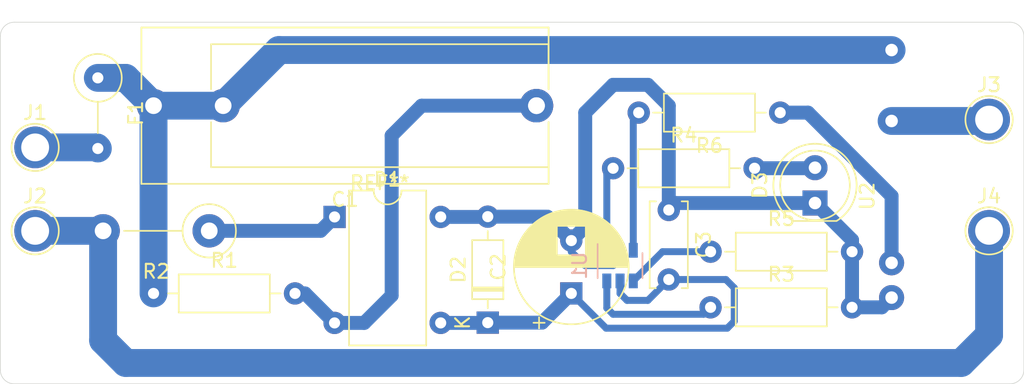
<source format=kicad_pcb>
(kicad_pcb (version 20171130) (host pcbnew 5.1.10)

  (general
    (thickness 1.6)
    (drawings 8)
    (tracks 76)
    (zones 0)
    (modules 20)
    (nets 15)
  )

  (page A)
  (layers
    (0 F.Cu signal)
    (31 B.Cu signal)
    (32 B.Adhes user)
    (33 F.Adhes user)
    (34 B.Paste user)
    (35 F.Paste user)
    (36 B.SilkS user)
    (37 F.SilkS user)
    (38 B.Mask user)
    (39 F.Mask user)
    (40 Dwgs.User user)
    (41 Cmts.User user)
    (42 Eco1.User user)
    (43 Eco2.User user)
    (44 Edge.Cuts user)
    (45 Margin user)
    (46 B.CrtYd user)
    (47 F.CrtYd user)
    (48 B.Fab user)
    (49 F.Fab user)
  )

  (setup
    (last_trace_width 1)
    (user_trace_width 0.3)
    (user_trace_width 0.5)
    (user_trace_width 0.8)
    (user_trace_width 1)
    (user_trace_width 1.5)
    (user_trace_width 2)
    (trace_clearance 0.2)
    (zone_clearance 0.508)
    (zone_45_only no)
    (trace_min 0.2)
    (via_size 0.8)
    (via_drill 0.4)
    (via_min_size 0.4)
    (via_min_drill 0.3)
    (uvia_size 0.3)
    (uvia_drill 0.1)
    (uvias_allowed no)
    (uvia_min_size 0.2)
    (uvia_min_drill 0.1)
    (edge_width 0.05)
    (segment_width 0.2)
    (pcb_text_width 0.3)
    (pcb_text_size 1.5 1.5)
    (mod_edge_width 0.12)
    (mod_text_size 1 1)
    (mod_text_width 0.15)
    (pad_size 2.4 2.4)
    (pad_drill 1.2)
    (pad_to_mask_clearance 0)
    (aux_axis_origin 81 71)
    (visible_elements FFFFFF7F)
    (pcbplotparams
      (layerselection 0x01000_fffffffe)
      (usegerberextensions false)
      (usegerberattributes true)
      (usegerberadvancedattributes true)
      (creategerberjobfile true)
      (excludeedgelayer true)
      (linewidth 0.100000)
      (plotframeref false)
      (viasonmask false)
      (mode 1)
      (useauxorigin true)
      (hpglpennumber 1)
      (hpglpenspeed 20)
      (hpglpendiameter 15.000000)
      (psnegative false)
      (psa4output false)
      (plotreference true)
      (plotvalue true)
      (plotinvisibletext false)
      (padsonsilk false)
      (subtractmaskfromsilk false)
      (outputformat 1)
      (mirror false)
      (drillshape 0)
      (scaleselection 1)
      (outputdirectory "gerber/"))
  )

  (net 0 "")
  (net 1 /L)
  (net 2 "Net-(C1-Pad1)")
  (net 3 GND)
  (net 4 "Net-(C2-Pad1)")
  (net 5 "Net-(D1-Pad1)")
  (net 6 "Net-(D3-Pad2)")
  (net 7 "Net-(F1-Pad2)")
  (net 8 /N)
  (net 9 "Net-(J3-Pad1)")
  (net 10 "Net-(R3-Pad1)")
  (net 11 "Net-(R4-Pad1)")
  (net 12 "Net-(R5-Pad1)")
  (net 13 "Net-(R6-Pad2)")
  (net 14 "Net-(R6-Pad1)")

  (net_class Default "This is the default net class."
    (clearance 0.2)
    (trace_width 0.25)
    (via_dia 0.8)
    (via_drill 0.4)
    (uvia_dia 0.3)
    (uvia_drill 0.1)
    (add_net /L)
    (add_net /N)
    (add_net GND)
    (add_net "Net-(C1-Pad1)")
    (add_net "Net-(C2-Pad1)")
    (add_net "Net-(D1-Pad1)")
    (add_net "Net-(D3-Pad2)")
    (add_net "Net-(F1-Pad2)")
    (add_net "Net-(J3-Pad1)")
    (add_net "Net-(R3-Pad1)")
    (add_net "Net-(R4-Pad1)")
    (add_net "Net-(R5-Pad1)")
    (add_net "Net-(R6-Pad1)")
    (add_net "Net-(R6-Pad2)")
  )

  (module Capacitor_THT:C_Rect_L24.0mm_W8.6mm_P22.50mm_MKT (layer F.Cu) (tedit 60F0195C) (tstamp 60F06FD8)
    (at 120.5 78.5 180)
    (descr "C, Rect series, Radial, pin pitch=22.50mm, , length*width=24*8.6mm^2, Capacitor, https://en.tdk.eu/inf/20/20/db/fc_2009/MKT_B32560_564.pdf")
    (tags "C Rect series Radial pin pitch 22.50mm  length 24mm width 8.6mm Capacitor")
    (fp_text reference REF** (at 11.25 -5.55) (layer F.SilkS)
      (effects (font (size 1 1) (thickness 0.15)))
    )
    (fp_text value C_Rect_L24.0mm_W8.6mm_P22.50mm_MKT (at 11.25 5.55) (layer F.Fab)
      (effects (font (size 1 1) (thickness 0.15)))
    )
    (fp_text user %R (at 11.25 0) (layer F.Fab)
      (effects (font (size 1 1) (thickness 0.15)))
    )
    (fp_line (start -0.75 -4.3) (end -0.75 4.3) (layer F.Fab) (width 0.1))
    (fp_line (start -0.75 4.3) (end 23.25 4.3) (layer F.Fab) (width 0.1))
    (fp_line (start 23.25 4.3) (end 23.25 -4.3) (layer F.Fab) (width 0.1))
    (fp_line (start 23.25 -4.3) (end -0.75 -4.3) (layer F.Fab) (width 0.1))
    (fp_line (start -0.87 -4.42) (end 23.37 -4.42) (layer F.SilkS) (width 0.12))
    (fp_line (start -0.87 4.42) (end 23.37 4.42) (layer F.SilkS) (width 0.12))
    (fp_line (start -0.87 -4.42) (end -0.87 -1.185) (layer F.SilkS) (width 0.12))
    (fp_line (start -0.87 1.185) (end -0.87 4.42) (layer F.SilkS) (width 0.12))
    (fp_line (start 23.37 -4.42) (end 23.37 -1.185) (layer F.SilkS) (width 0.12))
    (fp_line (start 23.37 1.185) (end 23.37 4.42) (layer F.SilkS) (width 0.12))
    (fp_line (start -1.45 -4.55) (end -1.45 4.55) (layer F.CrtYd) (width 0.05))
    (fp_line (start -1.45 4.55) (end 23.95 4.55) (layer F.CrtYd) (width 0.05))
    (fp_line (start 23.95 4.55) (end 23.95 -4.55) (layer F.CrtYd) (width 0.05))
    (fp_line (start 23.95 -4.55) (end -1.45 -4.55) (layer F.CrtYd) (width 0.05))
    (pad 2 thru_hole circle (at 22.5 0 180) (size 2.4 2.4) (drill 1.2) (layers *.Cu *.Mask)
      (net 1 /L))
    (pad 1 thru_hole circle (at 0 0 180) (size 2.4 2.4) (drill 1.2) (layers *.Cu *.Mask)
      (net 2 "Net-(C1-Pad1)"))
    (model ${KISYS3DMOD}/Capacitor_THT.3dshapes/C_Rect_L24.0mm_W8.6mm_P22.50mm_MKT.wrl
      (at (xyz 0 0 0))
      (scale (xyz 1 1 1))
      (rotate (xyz 0 0 0))
    )
  )

  (module pl_Rectifier:S1WB (layer F.Cu) (tedit 60F012E4) (tstamp 60EDDCCC)
    (at 106 86.5)
    (descr "4-lead dip package for diode bridges, row spacing 7.62 mm (300 mils), see http://cdn-reichelt.de/documents/datenblatt/A400/HDBL101G_20SERIES-TSC.pdf")
    (tags "DIL DIP PDIP 5.08mm 7.62mm 300mil")
    (path /60FC8224)
    (fp_text reference D1 (at 3.8 -2.7) (layer F.SilkS)
      (effects (font (size 1 1) (thickness 0.15)))
    )
    (fp_text value S1WB (at 3.8 7.8) (layer F.Fab)
      (effects (font (size 1 1) (thickness 0.15)))
    )
    (fp_text user %R (at 3.81 2.54) (layer F.Fab)
      (effects (font (size 1 1) (thickness 0.15)))
    )
    (fp_arc (start 3.81 -1.9) (end 2.81 -1.9) (angle -180) (layer F.SilkS) (width 0.12))
    (fp_line (start 6.58 -1.9) (end 4.81 -1.9) (layer F.SilkS) (width 0.12))
    (fp_line (start 6.58 9.25) (end 6.58 -1.9) (layer F.SilkS) (width 0.12))
    (fp_line (start 1.04 9.24) (end 6.58 9.24) (layer F.SilkS) (width 0.12))
    (fp_line (start 1.04 -1.9) (end 1.04 9.24) (layer F.SilkS) (width 0.12))
    (fp_line (start 2.81 -1.9) (end 1.04 -1.9) (layer F.SilkS) (width 0.12))
    (fp_line (start 0.635 -0.8) (end 1.635 -1.8) (layer F.Fab) (width 0.1))
    (fp_line (start 0.635 9.14) (end 0.635 -0.8) (layer F.Fab) (width 0.1))
    (fp_line (start 6.985 9.14) (end 0.635 9.14) (layer F.Fab) (width 0.1))
    (fp_line (start 6.985 -1.8) (end 6.985 9.14) (layer F.Fab) (width 0.1))
    (fp_line (start 1.635 -1.8) (end 6.985 -1.8) (layer F.Fab) (width 0.1))
    (fp_line (start -1.05 -2.05) (end 8.67 -2.05) (layer F.CrtYd) (width 0.05))
    (fp_line (start -1.05 -2.05) (end -1.05 9.39) (layer F.CrtYd) (width 0.05))
    (fp_line (start 8.67 9.39) (end 8.67 -2.05) (layer F.CrtYd) (width 0.05))
    (fp_line (start 8.67 9.39) (end -1.05 9.39) (layer F.CrtYd) (width 0.05))
    (pad 4 thru_hole oval (at 7.62 0) (size 1.6 1.6) (drill 0.8) (layers *.Cu *.Mask)
      (net 3 GND))
    (pad 2 thru_hole oval (at 0 7.62) (size 1.6 1.6) (drill 0.8) (layers *.Cu *.Mask)
      (net 2 "Net-(C1-Pad1)"))
    (pad 3 thru_hole oval (at 7.62 7.62) (size 1.6 1.6) (drill 0.8) (layers *.Cu *.Mask)
      (net 4 "Net-(C2-Pad1)"))
    (pad 1 thru_hole rect (at 0 0) (size 1.6 1.6) (drill 0.8) (layers *.Cu *.Mask)
      (net 5 "Net-(D1-Pad1)"))
    (model ${KISYS3DMOD}/Diode_THT.3dshapes/Diode_Bridge_DIP-4_W7.62mm_P5.08mm.wrl
      (at (xyz 0 0 0))
      (scale (xyz 1 1 1))
      (rotate (xyz 0 0 0))
    )
  )

  (module pl_SSR:SPA4191 (layer F.Cu) (tedit 60ED7B5A) (tstamp 60EDDDD0)
    (at 146 74.5 270)
    (path /60EF7871)
    (fp_text reference U2 (at 10.5 1.75 90) (layer F.SilkS)
      (effects (font (size 1 1) (thickness 0.15)))
    )
    (fp_text value SPA4191 (at 10.25 0 90) (layer F.Fab)
      (effects (font (size 1 1) (thickness 0.15)))
    )
    (fp_line (start -1.25 1) (end 19 1) (layer F.Fab) (width 0.12))
    (fp_line (start 19 1) (end 19 -4.25) (layer F.Fab) (width 0.12))
    (fp_line (start 19 -4.25) (end -1.25 -4.25) (layer F.Fab) (width 0.12))
    (fp_line (start -1.25 -4.25) (end -1.25 1) (layer F.Fab) (width 0.12))
    (pad 4 thru_hole circle (at 17.8 0 270) (size 1.8 1.8) (drill 0.9) (layers *.Cu *.Mask)
      (net 3 GND))
    (pad 3 thru_hole circle (at 15.3 0 270) (size 1.8 1.8) (drill 0.9) (layers *.Cu *.Mask)
      (net 14 "Net-(R6-Pad1)"))
    (pad 2 thru_hole circle (at 5.1 0 270) (size 1.9 1.9) (drill 0.9) (layers *.Cu *.Mask)
      (net 9 "Net-(J3-Pad1)"))
    (pad 1 thru_hole circle (at 0 0 270) (size 1.8 1.8) (drill 0.9) (layers *.Cu *.Mask)
      (net 1 /L))
  )

  (module Package_TO_SOT_SMD:SOT-23-6 (layer B.Cu) (tedit 5A02FF57) (tstamp 60EDDDC4)
    (at 126.5 90 270)
    (descr "6-pin SOT-23 package")
    (tags SOT-23-6)
    (path /60EC94AF)
    (attr smd)
    (fp_text reference U1 (at 0 2.9 90) (layer B.SilkS)
      (effects (font (size 1 1) (thickness 0.15)) (justify mirror))
    )
    (fp_text value ATtiny10-TS (at 0 -2.9 90) (layer B.Fab)
      (effects (font (size 1 1) (thickness 0.15)) (justify mirror))
    )
    (fp_line (start -0.9 -1.61) (end 0.9 -1.61) (layer B.SilkS) (width 0.12))
    (fp_line (start 0.9 1.61) (end -1.55 1.61) (layer B.SilkS) (width 0.12))
    (fp_line (start 1.9 1.8) (end -1.9 1.8) (layer B.CrtYd) (width 0.05))
    (fp_line (start 1.9 -1.8) (end 1.9 1.8) (layer B.CrtYd) (width 0.05))
    (fp_line (start -1.9 -1.8) (end 1.9 -1.8) (layer B.CrtYd) (width 0.05))
    (fp_line (start -1.9 1.8) (end -1.9 -1.8) (layer B.CrtYd) (width 0.05))
    (fp_line (start -0.9 0.9) (end -0.25 1.55) (layer B.Fab) (width 0.1))
    (fp_line (start 0.9 1.55) (end -0.25 1.55) (layer B.Fab) (width 0.1))
    (fp_line (start -0.9 0.9) (end -0.9 -1.55) (layer B.Fab) (width 0.1))
    (fp_line (start 0.9 -1.55) (end -0.9 -1.55) (layer B.Fab) (width 0.1))
    (fp_line (start 0.9 1.55) (end 0.9 -1.55) (layer B.Fab) (width 0.1))
    (fp_text user %R (at 0 0 180) (layer B.Fab)
      (effects (font (size 0.5 0.5) (thickness 0.075)) (justify mirror))
    )
    (pad 5 smd rect (at 1.1 0 270) (size 1.06 0.65) (layers B.Cu B.Paste B.Mask)
      (net 4 "Net-(C2-Pad1)"))
    (pad 6 smd rect (at 1.1 0.95 270) (size 1.06 0.65) (layers B.Cu B.Paste B.Mask)
      (net 10 "Net-(R3-Pad1)"))
    (pad 4 smd rect (at 1.1 -0.95 270) (size 1.06 0.65) (layers B.Cu B.Paste B.Mask)
      (net 12 "Net-(R5-Pad1)"))
    (pad 3 smd rect (at -1.1 -0.95 270) (size 1.06 0.65) (layers B.Cu B.Paste B.Mask)
      (net 13 "Net-(R6-Pad2)"))
    (pad 2 smd rect (at -1.1 0 270) (size 1.06 0.65) (layers B.Cu B.Paste B.Mask)
      (net 3 GND))
    (pad 1 smd rect (at -1.1 0.95 270) (size 1.06 0.65) (layers B.Cu B.Paste B.Mask)
      (net 11 "Net-(R4-Pad1)"))
    (model ${KISYS3DMOD}/Package_TO_SOT_SMD.3dshapes/SOT-23-6.wrl
      (at (xyz 0 0 0))
      (scale (xyz 1 1 1))
      (rotate (xyz 0 0 0))
    )
  )

  (module Resistor_THT:R_Axial_DIN0207_L6.3mm_D2.5mm_P10.16mm_Horizontal (layer F.Cu) (tedit 5AE5139B) (tstamp 60EDDDAE)
    (at 138 79 180)
    (descr "Resistor, Axial_DIN0207 series, Axial, Horizontal, pin pitch=10.16mm, 0.25W = 1/4W, length*diameter=6.3*2.5mm^2, http://cdn-reichelt.de/documents/datenblatt/B400/1_4W%23YAG.pdf")
    (tags "Resistor Axial_DIN0207 series Axial Horizontal pin pitch 10.16mm 0.25W = 1/4W length 6.3mm diameter 2.5mm")
    (path /60EF5C8B)
    (fp_text reference R6 (at 5.08 -2.37) (layer F.SilkS)
      (effects (font (size 1 1) (thickness 0.15)))
    )
    (fp_text value 220 (at 5.08 2.37) (layer F.Fab)
      (effects (font (size 1 1) (thickness 0.15)))
    )
    (fp_line (start 1.93 -1.25) (end 1.93 1.25) (layer F.Fab) (width 0.1))
    (fp_line (start 1.93 1.25) (end 8.23 1.25) (layer F.Fab) (width 0.1))
    (fp_line (start 8.23 1.25) (end 8.23 -1.25) (layer F.Fab) (width 0.1))
    (fp_line (start 8.23 -1.25) (end 1.93 -1.25) (layer F.Fab) (width 0.1))
    (fp_line (start 0 0) (end 1.93 0) (layer F.Fab) (width 0.1))
    (fp_line (start 10.16 0) (end 8.23 0) (layer F.Fab) (width 0.1))
    (fp_line (start 1.81 -1.37) (end 1.81 1.37) (layer F.SilkS) (width 0.12))
    (fp_line (start 1.81 1.37) (end 8.35 1.37) (layer F.SilkS) (width 0.12))
    (fp_line (start 8.35 1.37) (end 8.35 -1.37) (layer F.SilkS) (width 0.12))
    (fp_line (start 8.35 -1.37) (end 1.81 -1.37) (layer F.SilkS) (width 0.12))
    (fp_line (start 1.04 0) (end 1.81 0) (layer F.SilkS) (width 0.12))
    (fp_line (start 9.12 0) (end 8.35 0) (layer F.SilkS) (width 0.12))
    (fp_line (start -1.05 -1.5) (end -1.05 1.5) (layer F.CrtYd) (width 0.05))
    (fp_line (start -1.05 1.5) (end 11.21 1.5) (layer F.CrtYd) (width 0.05))
    (fp_line (start 11.21 1.5) (end 11.21 -1.5) (layer F.CrtYd) (width 0.05))
    (fp_line (start 11.21 -1.5) (end -1.05 -1.5) (layer F.CrtYd) (width 0.05))
    (fp_text user %R (at 5.08 0) (layer F.Fab)
      (effects (font (size 1 1) (thickness 0.15)))
    )
    (pad 2 thru_hole oval (at 10.16 0 180) (size 1.6 1.6) (drill 0.8) (layers *.Cu *.Mask)
      (net 13 "Net-(R6-Pad2)"))
    (pad 1 thru_hole circle (at 0 0 180) (size 1.6 1.6) (drill 0.8) (layers *.Cu *.Mask)
      (net 14 "Net-(R6-Pad1)"))
    (model ${KISYS3DMOD}/Resistor_THT.3dshapes/R_Axial_DIN0207_L6.3mm_D2.5mm_P10.16mm_Horizontal.wrl
      (at (xyz 0 0 0))
      (scale (xyz 1 1 1))
      (rotate (xyz 0 0 0))
    )
  )

  (module Resistor_THT:R_Axial_DIN0207_L6.3mm_D2.5mm_P10.16mm_Horizontal (layer F.Cu) (tedit 5AE5139B) (tstamp 60EDDD97)
    (at 133 89)
    (descr "Resistor, Axial_DIN0207 series, Axial, Horizontal, pin pitch=10.16mm, 0.25W = 1/4W, length*diameter=6.3*2.5mm^2, http://cdn-reichelt.de/documents/datenblatt/B400/1_4W%23YAG.pdf")
    (tags "Resistor Axial_DIN0207 series Axial Horizontal pin pitch 10.16mm 0.25W = 1/4W length 6.3mm diameter 2.5mm")
    (path /60F3C83D)
    (fp_text reference R5 (at 5.08 -2.37) (layer F.SilkS)
      (effects (font (size 1 1) (thickness 0.15)))
    )
    (fp_text value 1.2k (at 5.08 2.37) (layer F.Fab)
      (effects (font (size 1 1) (thickness 0.15)))
    )
    (fp_line (start 1.93 -1.25) (end 1.93 1.25) (layer F.Fab) (width 0.1))
    (fp_line (start 1.93 1.25) (end 8.23 1.25) (layer F.Fab) (width 0.1))
    (fp_line (start 8.23 1.25) (end 8.23 -1.25) (layer F.Fab) (width 0.1))
    (fp_line (start 8.23 -1.25) (end 1.93 -1.25) (layer F.Fab) (width 0.1))
    (fp_line (start 0 0) (end 1.93 0) (layer F.Fab) (width 0.1))
    (fp_line (start 10.16 0) (end 8.23 0) (layer F.Fab) (width 0.1))
    (fp_line (start 1.81 -1.37) (end 1.81 1.37) (layer F.SilkS) (width 0.12))
    (fp_line (start 1.81 1.37) (end 8.35 1.37) (layer F.SilkS) (width 0.12))
    (fp_line (start 8.35 1.37) (end 8.35 -1.37) (layer F.SilkS) (width 0.12))
    (fp_line (start 8.35 -1.37) (end 1.81 -1.37) (layer F.SilkS) (width 0.12))
    (fp_line (start 1.04 0) (end 1.81 0) (layer F.SilkS) (width 0.12))
    (fp_line (start 9.12 0) (end 8.35 0) (layer F.SilkS) (width 0.12))
    (fp_line (start -1.05 -1.5) (end -1.05 1.5) (layer F.CrtYd) (width 0.05))
    (fp_line (start -1.05 1.5) (end 11.21 1.5) (layer F.CrtYd) (width 0.05))
    (fp_line (start 11.21 1.5) (end 11.21 -1.5) (layer F.CrtYd) (width 0.05))
    (fp_line (start 11.21 -1.5) (end -1.05 -1.5) (layer F.CrtYd) (width 0.05))
    (fp_text user %R (at 5.08 0) (layer F.Fab)
      (effects (font (size 1 1) (thickness 0.15)))
    )
    (pad 2 thru_hole oval (at 10.16 0) (size 1.6 1.6) (drill 0.8) (layers *.Cu *.Mask)
      (net 3 GND))
    (pad 1 thru_hole circle (at 0 0) (size 1.6 1.6) (drill 0.8) (layers *.Cu *.Mask)
      (net 12 "Net-(R5-Pad1)"))
    (model ${KISYS3DMOD}/Resistor_THT.3dshapes/R_Axial_DIN0207_L6.3mm_D2.5mm_P10.16mm_Horizontal.wrl
      (at (xyz 0 0 0))
      (scale (xyz 1 1 1))
      (rotate (xyz 0 0 0))
    )
  )

  (module Resistor_THT:R_Axial_DIN0207_L6.3mm_D2.5mm_P10.16mm_Horizontal (layer F.Cu) (tedit 5AE5139B) (tstamp 60EDDD80)
    (at 126 83)
    (descr "Resistor, Axial_DIN0207 series, Axial, Horizontal, pin pitch=10.16mm, 0.25W = 1/4W, length*diameter=6.3*2.5mm^2, http://cdn-reichelt.de/documents/datenblatt/B400/1_4W%23YAG.pdf")
    (tags "Resistor Axial_DIN0207 series Axial Horizontal pin pitch 10.16mm 0.25W = 1/4W length 6.3mm diameter 2.5mm")
    (path /60F0ACE3)
    (fp_text reference R4 (at 5.08 -2.37) (layer F.SilkS)
      (effects (font (size 1 1) (thickness 0.15)))
    )
    (fp_text value 560 (at 5.08 2.37) (layer F.Fab)
      (effects (font (size 1 1) (thickness 0.15)))
    )
    (fp_line (start 1.93 -1.25) (end 1.93 1.25) (layer F.Fab) (width 0.1))
    (fp_line (start 1.93 1.25) (end 8.23 1.25) (layer F.Fab) (width 0.1))
    (fp_line (start 8.23 1.25) (end 8.23 -1.25) (layer F.Fab) (width 0.1))
    (fp_line (start 8.23 -1.25) (end 1.93 -1.25) (layer F.Fab) (width 0.1))
    (fp_line (start 0 0) (end 1.93 0) (layer F.Fab) (width 0.1))
    (fp_line (start 10.16 0) (end 8.23 0) (layer F.Fab) (width 0.1))
    (fp_line (start 1.81 -1.37) (end 1.81 1.37) (layer F.SilkS) (width 0.12))
    (fp_line (start 1.81 1.37) (end 8.35 1.37) (layer F.SilkS) (width 0.12))
    (fp_line (start 8.35 1.37) (end 8.35 -1.37) (layer F.SilkS) (width 0.12))
    (fp_line (start 8.35 -1.37) (end 1.81 -1.37) (layer F.SilkS) (width 0.12))
    (fp_line (start 1.04 0) (end 1.81 0) (layer F.SilkS) (width 0.12))
    (fp_line (start 9.12 0) (end 8.35 0) (layer F.SilkS) (width 0.12))
    (fp_line (start -1.05 -1.5) (end -1.05 1.5) (layer F.CrtYd) (width 0.05))
    (fp_line (start -1.05 1.5) (end 11.21 1.5) (layer F.CrtYd) (width 0.05))
    (fp_line (start 11.21 1.5) (end 11.21 -1.5) (layer F.CrtYd) (width 0.05))
    (fp_line (start 11.21 -1.5) (end -1.05 -1.5) (layer F.CrtYd) (width 0.05))
    (fp_text user %R (at 5.08 0) (layer F.Fab)
      (effects (font (size 1 1) (thickness 0.15)))
    )
    (pad 2 thru_hole oval (at 10.16 0) (size 1.6 1.6) (drill 0.8) (layers *.Cu *.Mask)
      (net 6 "Net-(D3-Pad2)"))
    (pad 1 thru_hole circle (at 0 0) (size 1.6 1.6) (drill 0.8) (layers *.Cu *.Mask)
      (net 11 "Net-(R4-Pad1)"))
    (model ${KISYS3DMOD}/Resistor_THT.3dshapes/R_Axial_DIN0207_L6.3mm_D2.5mm_P10.16mm_Horizontal.wrl
      (at (xyz 0 0 0))
      (scale (xyz 1 1 1))
      (rotate (xyz 0 0 0))
    )
  )

  (module Resistor_THT:R_Axial_DIN0207_L6.3mm_D2.5mm_P10.16mm_Horizontal (layer F.Cu) (tedit 5AE5139B) (tstamp 60EDDD69)
    (at 133 93)
    (descr "Resistor, Axial_DIN0207 series, Axial, Horizontal, pin pitch=10.16mm, 0.25W = 1/4W, length*diameter=6.3*2.5mm^2, http://cdn-reichelt.de/documents/datenblatt/B400/1_4W%23YAG.pdf")
    (tags "Resistor Axial_DIN0207 series Axial Horizontal pin pitch 10.16mm 0.25W = 1/4W length 6.3mm diameter 2.5mm")
    (path /60F3B7B7)
    (fp_text reference R3 (at 5.08 -2.37) (layer F.SilkS)
      (effects (font (size 1 1) (thickness 0.15)))
    )
    (fp_text value 1.2k (at 5.08 2.37) (layer F.Fab)
      (effects (font (size 1 1) (thickness 0.15)))
    )
    (fp_line (start 1.93 -1.25) (end 1.93 1.25) (layer F.Fab) (width 0.1))
    (fp_line (start 1.93 1.25) (end 8.23 1.25) (layer F.Fab) (width 0.1))
    (fp_line (start 8.23 1.25) (end 8.23 -1.25) (layer F.Fab) (width 0.1))
    (fp_line (start 8.23 -1.25) (end 1.93 -1.25) (layer F.Fab) (width 0.1))
    (fp_line (start 0 0) (end 1.93 0) (layer F.Fab) (width 0.1))
    (fp_line (start 10.16 0) (end 8.23 0) (layer F.Fab) (width 0.1))
    (fp_line (start 1.81 -1.37) (end 1.81 1.37) (layer F.SilkS) (width 0.12))
    (fp_line (start 1.81 1.37) (end 8.35 1.37) (layer F.SilkS) (width 0.12))
    (fp_line (start 8.35 1.37) (end 8.35 -1.37) (layer F.SilkS) (width 0.12))
    (fp_line (start 8.35 -1.37) (end 1.81 -1.37) (layer F.SilkS) (width 0.12))
    (fp_line (start 1.04 0) (end 1.81 0) (layer F.SilkS) (width 0.12))
    (fp_line (start 9.12 0) (end 8.35 0) (layer F.SilkS) (width 0.12))
    (fp_line (start -1.05 -1.5) (end -1.05 1.5) (layer F.CrtYd) (width 0.05))
    (fp_line (start -1.05 1.5) (end 11.21 1.5) (layer F.CrtYd) (width 0.05))
    (fp_line (start 11.21 1.5) (end 11.21 -1.5) (layer F.CrtYd) (width 0.05))
    (fp_line (start 11.21 -1.5) (end -1.05 -1.5) (layer F.CrtYd) (width 0.05))
    (fp_text user %R (at 5.08 0) (layer F.Fab)
      (effects (font (size 1 1) (thickness 0.15)))
    )
    (pad 2 thru_hole oval (at 10.16 0) (size 1.6 1.6) (drill 0.8) (layers *.Cu *.Mask)
      (net 3 GND))
    (pad 1 thru_hole circle (at 0 0) (size 1.6 1.6) (drill 0.8) (layers *.Cu *.Mask)
      (net 10 "Net-(R3-Pad1)"))
    (model ${KISYS3DMOD}/Resistor_THT.3dshapes/R_Axial_DIN0207_L6.3mm_D2.5mm_P10.16mm_Horizontal.wrl
      (at (xyz 0 0 0))
      (scale (xyz 1 1 1))
      (rotate (xyz 0 0 0))
    )
  )

  (module Resistor_THT:R_Axial_DIN0411_L9.9mm_D3.6mm_P7.62mm_Vertical (layer F.Cu) (tedit 5AE5139B) (tstamp 60EDDD52)
    (at 97 87.5 180)
    (descr "Resistor, Axial_DIN0411 series, Axial, Vertical, pin pitch=7.62mm, 1W, length*diameter=9.9*3.6mm^2")
    (tags "Resistor Axial_DIN0411 series Axial Vertical pin pitch 7.62mm 1W length 9.9mm diameter 3.6mm")
    (path /60EC6555)
    (fp_text reference R2 (at 3.81 -2.92) (layer F.SilkS)
      (effects (font (size 1 1) (thickness 0.15)))
    )
    (fp_text value 1k (at 3.81 2.92) (layer F.Fab)
      (effects (font (size 1 1) (thickness 0.15)))
    )
    (fp_circle (center 0 0) (end 1.8 0) (layer F.Fab) (width 0.1))
    (fp_circle (center 0 0) (end 1.92 0) (layer F.SilkS) (width 0.12))
    (fp_line (start 0 0) (end 7.62 0) (layer F.Fab) (width 0.1))
    (fp_line (start 1.92 0) (end 6.12 0) (layer F.SilkS) (width 0.12))
    (fp_line (start -2.05 -2.05) (end -2.05 2.05) (layer F.CrtYd) (width 0.05))
    (fp_line (start -2.05 2.05) (end 9.07 2.05) (layer F.CrtYd) (width 0.05))
    (fp_line (start 9.07 2.05) (end 9.07 -2.05) (layer F.CrtYd) (width 0.05))
    (fp_line (start 9.07 -2.05) (end -2.05 -2.05) (layer F.CrtYd) (width 0.05))
    (fp_text user %R (at 3.81 -2.92) (layer F.Fab)
      (effects (font (size 1 1) (thickness 0.15)))
    )
    (pad 2 thru_hole oval (at 7.62 0 180) (size 2.4 2.4) (drill 1.2) (layers *.Cu *.Mask)
      (net 8 /N))
    (pad 1 thru_hole circle (at 0 0 180) (size 2.4 2.4) (drill 1.2) (layers *.Cu *.Mask)
      (net 5 "Net-(D1-Pad1)"))
    (model ${KISYS3DMOD}/Resistor_THT.3dshapes/R_Axial_DIN0411_L9.9mm_D3.6mm_P7.62mm_Vertical.wrl
      (at (xyz 0 0 0))
      (scale (xyz 1 1 1))
      (rotate (xyz 0 0 0))
    )
  )

  (module Resistor_THT:R_Axial_DIN0207_L6.3mm_D2.5mm_P10.16mm_Horizontal (layer F.Cu) (tedit 5AE5139B) (tstamp 60EDDD43)
    (at 93 92)
    (descr "Resistor, Axial_DIN0207 series, Axial, Horizontal, pin pitch=10.16mm, 0.25W = 1/4W, length*diameter=6.3*2.5mm^2, http://cdn-reichelt.de/documents/datenblatt/B400/1_4W%23YAG.pdf")
    (tags "Resistor Axial_DIN0207 series Axial Horizontal pin pitch 10.16mm 0.25W = 1/4W length 6.3mm diameter 2.5mm")
    (path /60EC5D6C)
    (fp_text reference R1 (at 5.08 -2.37) (layer F.SilkS)
      (effects (font (size 1 1) (thickness 0.15)))
    )
    (fp_text value 820k (at 5.08 2.37) (layer F.Fab)
      (effects (font (size 1 1) (thickness 0.15)))
    )
    (fp_line (start 1.93 -1.25) (end 1.93 1.25) (layer F.Fab) (width 0.1))
    (fp_line (start 1.93 1.25) (end 8.23 1.25) (layer F.Fab) (width 0.1))
    (fp_line (start 8.23 1.25) (end 8.23 -1.25) (layer F.Fab) (width 0.1))
    (fp_line (start 8.23 -1.25) (end 1.93 -1.25) (layer F.Fab) (width 0.1))
    (fp_line (start 0 0) (end 1.93 0) (layer F.Fab) (width 0.1))
    (fp_line (start 10.16 0) (end 8.23 0) (layer F.Fab) (width 0.1))
    (fp_line (start 1.81 -1.37) (end 1.81 1.37) (layer F.SilkS) (width 0.12))
    (fp_line (start 1.81 1.37) (end 8.35 1.37) (layer F.SilkS) (width 0.12))
    (fp_line (start 8.35 1.37) (end 8.35 -1.37) (layer F.SilkS) (width 0.12))
    (fp_line (start 8.35 -1.37) (end 1.81 -1.37) (layer F.SilkS) (width 0.12))
    (fp_line (start 1.04 0) (end 1.81 0) (layer F.SilkS) (width 0.12))
    (fp_line (start 9.12 0) (end 8.35 0) (layer F.SilkS) (width 0.12))
    (fp_line (start -1.05 -1.5) (end -1.05 1.5) (layer F.CrtYd) (width 0.05))
    (fp_line (start -1.05 1.5) (end 11.21 1.5) (layer F.CrtYd) (width 0.05))
    (fp_line (start 11.21 1.5) (end 11.21 -1.5) (layer F.CrtYd) (width 0.05))
    (fp_line (start 11.21 -1.5) (end -1.05 -1.5) (layer F.CrtYd) (width 0.05))
    (fp_text user %R (at 5.08 0) (layer F.Fab)
      (effects (font (size 1 1) (thickness 0.15)))
    )
    (pad 2 thru_hole oval (at 10.16 0) (size 1.6 1.6) (drill 0.8) (layers *.Cu *.Mask)
      (net 2 "Net-(C1-Pad1)"))
    (pad 1 thru_hole circle (at 0 0) (size 1.6 1.6) (drill 0.8) (layers *.Cu *.Mask)
      (net 1 /L))
    (model ${KISYS3DMOD}/Resistor_THT.3dshapes/R_Axial_DIN0207_L6.3mm_D2.5mm_P10.16mm_Horizontal.wrl
      (at (xyz 0 0 0))
      (scale (xyz 1 1 1))
      (rotate (xyz 0 0 0))
    )
  )

  (module TestPoint:TestPoint_Plated_Hole_D2.0mm (layer F.Cu) (tedit 5A0F774F) (tstamp 60EDDD2C)
    (at 153 87.5)
    (descr "Plated Hole as test Point, diameter 2.0mm")
    (tags "test point plated hole")
    (path /60F74E52)
    (attr virtual)
    (fp_text reference J4 (at 0 -2.498) (layer F.SilkS)
      (effects (font (size 1 1) (thickness 0.15)))
    )
    (fp_text value N (at 0 2.45) (layer F.Fab)
      (effects (font (size 1 1) (thickness 0.15)))
    )
    (fp_circle (center 0 0) (end 1.8 0) (layer F.CrtYd) (width 0.05))
    (fp_circle (center 0 0) (end 0 -1.7) (layer F.SilkS) (width 0.12))
    (fp_text user %R (at 0 -2.5) (layer F.Fab)
      (effects (font (size 1 1) (thickness 0.15)))
    )
    (pad 1 thru_hole circle (at 0 0) (size 3 3) (drill 2) (layers *.Cu *.Mask)
      (net 8 /N))
  )

  (module TestPoint:TestPoint_Plated_Hole_D2.0mm (layer F.Cu) (tedit 5A0F774F) (tstamp 60EDDD24)
    (at 153 79.5)
    (descr "Plated Hole as test Point, diameter 2.0mm")
    (tags "test point plated hole")
    (path /60F078A9)
    (attr virtual)
    (fp_text reference J3 (at 0 -2.498) (layer F.SilkS)
      (effects (font (size 1 1) (thickness 0.15)))
    )
    (fp_text value L (at 0 2.45) (layer F.Fab)
      (effects (font (size 1 1) (thickness 0.15)))
    )
    (fp_circle (center 0 0) (end 1.8 0) (layer F.CrtYd) (width 0.05))
    (fp_circle (center 0 0) (end 0 -1.7) (layer F.SilkS) (width 0.12))
    (fp_text user %R (at 0 -2.5) (layer F.Fab)
      (effects (font (size 1 1) (thickness 0.15)))
    )
    (pad 1 thru_hole circle (at 0 0) (size 3 3) (drill 2) (layers *.Cu *.Mask)
      (net 9 "Net-(J3-Pad1)"))
  )

  (module TestPoint:TestPoint_Plated_Hole_D2.0mm (layer F.Cu) (tedit 5A0F774F) (tstamp 60EDDD1C)
    (at 84.5 87.5)
    (descr "Plated Hole as test Point, diameter 2.0mm")
    (tags "test point plated hole")
    (path /60ECD198)
    (attr virtual)
    (fp_text reference J2 (at 0 -2.498) (layer F.SilkS)
      (effects (font (size 1 1) (thickness 0.15)))
    )
    (fp_text value N (at 0 2.45) (layer F.Fab)
      (effects (font (size 1 1) (thickness 0.15)))
    )
    (fp_circle (center 0 0) (end 1.8 0) (layer F.CrtYd) (width 0.05))
    (fp_circle (center 0 0) (end 0 -1.7) (layer F.SilkS) (width 0.12))
    (fp_text user %R (at 0 -2.5) (layer F.Fab)
      (effects (font (size 1 1) (thickness 0.15)))
    )
    (pad 1 thru_hole circle (at 0 0) (size 3 3) (drill 2) (layers *.Cu *.Mask)
      (net 8 /N))
  )

  (module TestPoint:TestPoint_Plated_Hole_D2.0mm (layer F.Cu) (tedit 5A0F774F) (tstamp 60EDDD14)
    (at 84.5 81.5)
    (descr "Plated Hole as test Point, diameter 2.0mm")
    (tags "test point plated hole")
    (path /60ECCD0E)
    (attr virtual)
    (fp_text reference J1 (at 0 -2.498) (layer F.SilkS)
      (effects (font (size 1 1) (thickness 0.15)))
    )
    (fp_text value L (at 0 2.45) (layer F.Fab)
      (effects (font (size 1 1) (thickness 0.15)))
    )
    (fp_circle (center 0 0) (end 1.8 0) (layer F.CrtYd) (width 0.05))
    (fp_circle (center 0 0) (end 0 -1.7) (layer F.SilkS) (width 0.12))
    (fp_text user %R (at 0 -2.5) (layer F.Fab)
      (effects (font (size 1 1) (thickness 0.15)))
    )
    (pad 1 thru_hole circle (at 0 0) (size 3 3) (drill 2) (layers *.Cu *.Mask)
      (net 7 "Net-(F1-Pad2)"))
  )

  (module Resistor_THT:R_Axial_DIN0309_L9.0mm_D3.2mm_P5.08mm_Vertical (layer F.Cu) (tedit 5AE5139B) (tstamp 60EDDD0C)
    (at 89 76.5 270)
    (descr "Resistor, Axial_DIN0309 series, Axial, Vertical, pin pitch=5.08mm, 0.5W = 1/2W, length*diameter=9*3.2mm^2, http://cdn-reichelt.de/documents/datenblatt/B400/1_4W%23YAG.pdf")
    (tags "Resistor Axial_DIN0309 series Axial Vertical pin pitch 5.08mm 0.5W = 1/2W length 9mm diameter 3.2mm")
    (path /60EC53EF)
    (fp_text reference F1 (at 2.54 -2.72 90) (layer F.SilkS)
      (effects (font (size 1 1) (thickness 0.15)))
    )
    (fp_text value 2A (at 2.54 2.72 90) (layer F.Fab)
      (effects (font (size 1 1) (thickness 0.15)))
    )
    (fp_circle (center 0 0) (end 1.6 0) (layer F.Fab) (width 0.1))
    (fp_circle (center 0 0) (end 1.72 0) (layer F.SilkS) (width 0.12))
    (fp_line (start 0 0) (end 5.08 0) (layer F.Fab) (width 0.1))
    (fp_line (start 1.72 0) (end 3.98 0) (layer F.SilkS) (width 0.12))
    (fp_line (start -1.85 -1.85) (end -1.85 1.85) (layer F.CrtYd) (width 0.05))
    (fp_line (start -1.85 1.85) (end 6.13 1.85) (layer F.CrtYd) (width 0.05))
    (fp_line (start 6.13 1.85) (end 6.13 -1.85) (layer F.CrtYd) (width 0.05))
    (fp_line (start 6.13 -1.85) (end -1.85 -1.85) (layer F.CrtYd) (width 0.05))
    (fp_text user %R (at 2.54 -2.72 90) (layer F.Fab)
      (effects (font (size 1 1) (thickness 0.15)))
    )
    (pad 2 thru_hole oval (at 5.08 0 270) (size 1.6 1.6) (drill 0.8) (layers *.Cu *.Mask)
      (net 7 "Net-(F1-Pad2)"))
    (pad 1 thru_hole circle (at 0 0 270) (size 1.6 1.6) (drill 0.8) (layers *.Cu *.Mask)
      (net 1 /L))
    (model ${KISYS3DMOD}/Resistor_THT.3dshapes/R_Axial_DIN0309_L9.0mm_D3.2mm_P5.08mm_Vertical.wrl
      (at (xyz 0 0 0))
      (scale (xyz 1 1 1))
      (rotate (xyz 0 0 0))
    )
  )

  (module LED_THT:LED_D5.0mm (layer F.Cu) (tedit 5995936A) (tstamp 60EDDCFD)
    (at 140.5 85.5 90)
    (descr "LED, diameter 5.0mm, 2 pins, http://cdn-reichelt.de/documents/datenblatt/A500/LL-504BC2E-009.pdf")
    (tags "LED diameter 5.0mm 2 pins")
    (path /60F108C8)
    (fp_text reference D3 (at 1.27 -3.96 90) (layer F.SilkS)
      (effects (font (size 1 1) (thickness 0.15)))
    )
    (fp_text value RED (at 1.27 3.96 90) (layer F.Fab)
      (effects (font (size 1 1) (thickness 0.15)))
    )
    (fp_circle (center 1.27 0) (end 3.77 0) (layer F.Fab) (width 0.1))
    (fp_circle (center 1.27 0) (end 3.77 0) (layer F.SilkS) (width 0.12))
    (fp_line (start -1.23 -1.469694) (end -1.23 1.469694) (layer F.Fab) (width 0.1))
    (fp_line (start -1.29 -1.545) (end -1.29 1.545) (layer F.SilkS) (width 0.12))
    (fp_line (start -1.95 -3.25) (end -1.95 3.25) (layer F.CrtYd) (width 0.05))
    (fp_line (start -1.95 3.25) (end 4.5 3.25) (layer F.CrtYd) (width 0.05))
    (fp_line (start 4.5 3.25) (end 4.5 -3.25) (layer F.CrtYd) (width 0.05))
    (fp_line (start 4.5 -3.25) (end -1.95 -3.25) (layer F.CrtYd) (width 0.05))
    (fp_text user %R (at 1.25 0 90) (layer F.Fab)
      (effects (font (size 0.8 0.8) (thickness 0.2)))
    )
    (fp_arc (start 1.27 0) (end -1.29 1.54483) (angle -148.9) (layer F.SilkS) (width 0.12))
    (fp_arc (start 1.27 0) (end -1.29 -1.54483) (angle 148.9) (layer F.SilkS) (width 0.12))
    (fp_arc (start 1.27 0) (end -1.23 -1.469694) (angle 299.1) (layer F.Fab) (width 0.1))
    (pad 2 thru_hole circle (at 2.54 0 90) (size 1.8 1.8) (drill 0.9) (layers *.Cu *.Mask)
      (net 6 "Net-(D3-Pad2)"))
    (pad 1 thru_hole rect (at 0 0 90) (size 1.8 1.8) (drill 0.9) (layers *.Cu *.Mask)
      (net 3 GND))
    (model ${KISYS3DMOD}/LED_THT.3dshapes/LED_D5.0mm.wrl
      (at (xyz 0 0 0))
      (scale (xyz 1 1 1))
      (rotate (xyz 0 0 0))
    )
  )

  (module Diode_THT:D_DO-35_SOD27_P7.62mm_Horizontal (layer F.Cu) (tedit 5AE50CD5) (tstamp 60EDDCEB)
    (at 117 94.1 90)
    (descr "Diode, DO-35_SOD27 series, Axial, Horizontal, pin pitch=7.62mm, , length*diameter=4*2mm^2, , http://www.diodes.com/_files/packages/DO-35.pdf")
    (tags "Diode DO-35_SOD27 series Axial Horizontal pin pitch 7.62mm  length 4mm diameter 2mm")
    (path /60EC7EE5)
    (fp_text reference D2 (at 3.81 -2.12 90) (layer F.SilkS)
      (effects (font (size 1 1) (thickness 0.15)))
    )
    (fp_text value 4.7V (at 3.81 2.12 90) (layer F.Fab)
      (effects (font (size 1 1) (thickness 0.15)))
    )
    (fp_line (start 1.81 -1) (end 1.81 1) (layer F.Fab) (width 0.1))
    (fp_line (start 1.81 1) (end 5.81 1) (layer F.Fab) (width 0.1))
    (fp_line (start 5.81 1) (end 5.81 -1) (layer F.Fab) (width 0.1))
    (fp_line (start 5.81 -1) (end 1.81 -1) (layer F.Fab) (width 0.1))
    (fp_line (start 0 0) (end 1.81 0) (layer F.Fab) (width 0.1))
    (fp_line (start 7.62 0) (end 5.81 0) (layer F.Fab) (width 0.1))
    (fp_line (start 2.41 -1) (end 2.41 1) (layer F.Fab) (width 0.1))
    (fp_line (start 2.51 -1) (end 2.51 1) (layer F.Fab) (width 0.1))
    (fp_line (start 2.31 -1) (end 2.31 1) (layer F.Fab) (width 0.1))
    (fp_line (start 1.69 -1.12) (end 1.69 1.12) (layer F.SilkS) (width 0.12))
    (fp_line (start 1.69 1.12) (end 5.93 1.12) (layer F.SilkS) (width 0.12))
    (fp_line (start 5.93 1.12) (end 5.93 -1.12) (layer F.SilkS) (width 0.12))
    (fp_line (start 5.93 -1.12) (end 1.69 -1.12) (layer F.SilkS) (width 0.12))
    (fp_line (start 1.04 0) (end 1.69 0) (layer F.SilkS) (width 0.12))
    (fp_line (start 6.58 0) (end 5.93 0) (layer F.SilkS) (width 0.12))
    (fp_line (start 2.41 -1.12) (end 2.41 1.12) (layer F.SilkS) (width 0.12))
    (fp_line (start 2.53 -1.12) (end 2.53 1.12) (layer F.SilkS) (width 0.12))
    (fp_line (start 2.29 -1.12) (end 2.29 1.12) (layer F.SilkS) (width 0.12))
    (fp_line (start -1.05 -1.25) (end -1.05 1.25) (layer F.CrtYd) (width 0.05))
    (fp_line (start -1.05 1.25) (end 8.67 1.25) (layer F.CrtYd) (width 0.05))
    (fp_line (start 8.67 1.25) (end 8.67 -1.25) (layer F.CrtYd) (width 0.05))
    (fp_line (start 8.67 -1.25) (end -1.05 -1.25) (layer F.CrtYd) (width 0.05))
    (fp_text user K (at 0 -1.8 90) (layer F.SilkS)
      (effects (font (size 1 1) (thickness 0.15)))
    )
    (fp_text user K (at 0 -1.8 90) (layer F.Fab)
      (effects (font (size 1 1) (thickness 0.15)))
    )
    (fp_text user %R (at 4.11 0 90) (layer F.Fab)
      (effects (font (size 0.8 0.8) (thickness 0.12)))
    )
    (pad 2 thru_hole oval (at 7.62 0 90) (size 1.6 1.6) (drill 0.8) (layers *.Cu *.Mask)
      (net 3 GND))
    (pad 1 thru_hole rect (at 0 0 90) (size 1.6 1.6) (drill 0.8) (layers *.Cu *.Mask)
      (net 4 "Net-(C2-Pad1)"))
    (model ${KISYS3DMOD}/Diode_THT.3dshapes/D_DO-35_SOD27_P7.62mm_Horizontal.wrl
      (at (xyz 0 0 0))
      (scale (xyz 1 1 1))
      (rotate (xyz 0 0 0))
    )
  )

  (module Capacitor_THT:C_Disc_D6.0mm_W2.5mm_P5.00mm (layer F.Cu) (tedit 5AE50EF0) (tstamp 60EED77B)
    (at 130 86 270)
    (descr "C, Disc series, Radial, pin pitch=5.00mm, , diameter*width=6*2.5mm^2, Capacitor, http://cdn-reichelt.de/documents/datenblatt/B300/DS_KERKO_TC.pdf")
    (tags "C Disc series Radial pin pitch 5.00mm  diameter 6mm width 2.5mm Capacitor")
    (path /60ECA628)
    (fp_text reference C3 (at 2.5 -2.5 90) (layer F.SilkS)
      (effects (font (size 1 1) (thickness 0.15)))
    )
    (fp_text value 100n (at 2.5 2.5 90) (layer F.Fab)
      (effects (font (size 1 1) (thickness 0.15)))
    )
    (fp_line (start -0.5 -1.25) (end -0.5 1.25) (layer F.Fab) (width 0.1))
    (fp_line (start -0.5 1.25) (end 5.5 1.25) (layer F.Fab) (width 0.1))
    (fp_line (start 5.5 1.25) (end 5.5 -1.25) (layer F.Fab) (width 0.1))
    (fp_line (start 5.5 -1.25) (end -0.5 -1.25) (layer F.Fab) (width 0.1))
    (fp_line (start -0.62 -1.37) (end 5.62 -1.37) (layer F.SilkS) (width 0.12))
    (fp_line (start -0.62 1.37) (end 5.62 1.37) (layer F.SilkS) (width 0.12))
    (fp_line (start -0.62 -1.37) (end -0.62 -0.925) (layer F.SilkS) (width 0.12))
    (fp_line (start -0.62 0.925) (end -0.62 1.37) (layer F.SilkS) (width 0.12))
    (fp_line (start 5.62 -1.37) (end 5.62 -0.925) (layer F.SilkS) (width 0.12))
    (fp_line (start 5.62 0.925) (end 5.62 1.37) (layer F.SilkS) (width 0.12))
    (fp_line (start -1.05 -1.5) (end -1.05 1.5) (layer F.CrtYd) (width 0.05))
    (fp_line (start -1.05 1.5) (end 6.05 1.5) (layer F.CrtYd) (width 0.05))
    (fp_line (start 6.05 1.5) (end 6.05 -1.5) (layer F.CrtYd) (width 0.05))
    (fp_line (start 6.05 -1.5) (end -1.05 -1.5) (layer F.CrtYd) (width 0.05))
    (fp_text user %R (at 2.5 0 90) (layer F.Fab)
      (effects (font (size 1 1) (thickness 0.15)))
    )
    (pad 2 thru_hole circle (at 5 0 270) (size 1.6 1.6) (drill 0.8) (layers *.Cu *.Mask)
      (net 4 "Net-(C2-Pad1)"))
    (pad 1 thru_hole circle (at 0 0 270) (size 1.6 1.6) (drill 0.8) (layers *.Cu *.Mask)
      (net 3 GND))
    (model ${KISYS3DMOD}/Capacitor_THT.3dshapes/C_Disc_D6.0mm_W2.5mm_P5.00mm.wrl
      (at (xyz 0 0 0))
      (scale (xyz 1 1 1))
      (rotate (xyz 0 0 0))
    )
  )

  (module Capacitor_THT:CP_Radial_D8.0mm_P3.80mm (layer F.Cu) (tedit 5AE50EF0) (tstamp 60EDDC9F)
    (at 123 92 90)
    (descr "CP, Radial series, Radial, pin pitch=3.80mm, , diameter=8mm, Electrolytic Capacitor")
    (tags "CP Radial series Radial pin pitch 3.80mm  diameter 8mm Electrolytic Capacitor")
    (path /60EC85FD)
    (fp_text reference C2 (at 1.9 -5.25 90) (layer F.SilkS)
      (effects (font (size 1 1) (thickness 0.15)))
    )
    (fp_text value 470uF (at 1.9 5.25 90) (layer F.Fab)
      (effects (font (size 1 1) (thickness 0.15)))
    )
    (fp_circle (center 1.9 0) (end 5.9 0) (layer F.Fab) (width 0.1))
    (fp_circle (center 1.9 0) (end 6.02 0) (layer F.SilkS) (width 0.12))
    (fp_circle (center 1.9 0) (end 6.15 0) (layer F.CrtYd) (width 0.05))
    (fp_line (start -1.526759 -1.7475) (end -0.726759 -1.7475) (layer F.Fab) (width 0.1))
    (fp_line (start -1.126759 -2.1475) (end -1.126759 -1.3475) (layer F.Fab) (width 0.1))
    (fp_line (start 1.9 -4.08) (end 1.9 4.08) (layer F.SilkS) (width 0.12))
    (fp_line (start 1.94 -4.08) (end 1.94 4.08) (layer F.SilkS) (width 0.12))
    (fp_line (start 1.98 -4.08) (end 1.98 4.08) (layer F.SilkS) (width 0.12))
    (fp_line (start 2.02 -4.079) (end 2.02 4.079) (layer F.SilkS) (width 0.12))
    (fp_line (start 2.06 -4.077) (end 2.06 4.077) (layer F.SilkS) (width 0.12))
    (fp_line (start 2.1 -4.076) (end 2.1 4.076) (layer F.SilkS) (width 0.12))
    (fp_line (start 2.14 -4.074) (end 2.14 4.074) (layer F.SilkS) (width 0.12))
    (fp_line (start 2.18 -4.071) (end 2.18 4.071) (layer F.SilkS) (width 0.12))
    (fp_line (start 2.22 -4.068) (end 2.22 4.068) (layer F.SilkS) (width 0.12))
    (fp_line (start 2.26 -4.065) (end 2.26 4.065) (layer F.SilkS) (width 0.12))
    (fp_line (start 2.3 -4.061) (end 2.3 4.061) (layer F.SilkS) (width 0.12))
    (fp_line (start 2.34 -4.057) (end 2.34 4.057) (layer F.SilkS) (width 0.12))
    (fp_line (start 2.38 -4.052) (end 2.38 4.052) (layer F.SilkS) (width 0.12))
    (fp_line (start 2.42 -4.048) (end 2.42 4.048) (layer F.SilkS) (width 0.12))
    (fp_line (start 2.46 -4.042) (end 2.46 4.042) (layer F.SilkS) (width 0.12))
    (fp_line (start 2.5 -4.037) (end 2.5 4.037) (layer F.SilkS) (width 0.12))
    (fp_line (start 2.54 -4.03) (end 2.54 4.03) (layer F.SilkS) (width 0.12))
    (fp_line (start 2.58 -4.024) (end 2.58 4.024) (layer F.SilkS) (width 0.12))
    (fp_line (start 2.621 -4.017) (end 2.621 4.017) (layer F.SilkS) (width 0.12))
    (fp_line (start 2.661 -4.01) (end 2.661 4.01) (layer F.SilkS) (width 0.12))
    (fp_line (start 2.701 -4.002) (end 2.701 4.002) (layer F.SilkS) (width 0.12))
    (fp_line (start 2.741 -3.994) (end 2.741 3.994) (layer F.SilkS) (width 0.12))
    (fp_line (start 2.781 -3.985) (end 2.781 -1.04) (layer F.SilkS) (width 0.12))
    (fp_line (start 2.781 1.04) (end 2.781 3.985) (layer F.SilkS) (width 0.12))
    (fp_line (start 2.821 -3.976) (end 2.821 -1.04) (layer F.SilkS) (width 0.12))
    (fp_line (start 2.821 1.04) (end 2.821 3.976) (layer F.SilkS) (width 0.12))
    (fp_line (start 2.861 -3.967) (end 2.861 -1.04) (layer F.SilkS) (width 0.12))
    (fp_line (start 2.861 1.04) (end 2.861 3.967) (layer F.SilkS) (width 0.12))
    (fp_line (start 2.901 -3.957) (end 2.901 -1.04) (layer F.SilkS) (width 0.12))
    (fp_line (start 2.901 1.04) (end 2.901 3.957) (layer F.SilkS) (width 0.12))
    (fp_line (start 2.941 -3.947) (end 2.941 -1.04) (layer F.SilkS) (width 0.12))
    (fp_line (start 2.941 1.04) (end 2.941 3.947) (layer F.SilkS) (width 0.12))
    (fp_line (start 2.981 -3.936) (end 2.981 -1.04) (layer F.SilkS) (width 0.12))
    (fp_line (start 2.981 1.04) (end 2.981 3.936) (layer F.SilkS) (width 0.12))
    (fp_line (start 3.021 -3.925) (end 3.021 -1.04) (layer F.SilkS) (width 0.12))
    (fp_line (start 3.021 1.04) (end 3.021 3.925) (layer F.SilkS) (width 0.12))
    (fp_line (start 3.061 -3.914) (end 3.061 -1.04) (layer F.SilkS) (width 0.12))
    (fp_line (start 3.061 1.04) (end 3.061 3.914) (layer F.SilkS) (width 0.12))
    (fp_line (start 3.101 -3.902) (end 3.101 -1.04) (layer F.SilkS) (width 0.12))
    (fp_line (start 3.101 1.04) (end 3.101 3.902) (layer F.SilkS) (width 0.12))
    (fp_line (start 3.141 -3.889) (end 3.141 -1.04) (layer F.SilkS) (width 0.12))
    (fp_line (start 3.141 1.04) (end 3.141 3.889) (layer F.SilkS) (width 0.12))
    (fp_line (start 3.181 -3.877) (end 3.181 -1.04) (layer F.SilkS) (width 0.12))
    (fp_line (start 3.181 1.04) (end 3.181 3.877) (layer F.SilkS) (width 0.12))
    (fp_line (start 3.221 -3.863) (end 3.221 -1.04) (layer F.SilkS) (width 0.12))
    (fp_line (start 3.221 1.04) (end 3.221 3.863) (layer F.SilkS) (width 0.12))
    (fp_line (start 3.261 -3.85) (end 3.261 -1.04) (layer F.SilkS) (width 0.12))
    (fp_line (start 3.261 1.04) (end 3.261 3.85) (layer F.SilkS) (width 0.12))
    (fp_line (start 3.301 -3.835) (end 3.301 -1.04) (layer F.SilkS) (width 0.12))
    (fp_line (start 3.301 1.04) (end 3.301 3.835) (layer F.SilkS) (width 0.12))
    (fp_line (start 3.341 -3.821) (end 3.341 -1.04) (layer F.SilkS) (width 0.12))
    (fp_line (start 3.341 1.04) (end 3.341 3.821) (layer F.SilkS) (width 0.12))
    (fp_line (start 3.381 -3.805) (end 3.381 -1.04) (layer F.SilkS) (width 0.12))
    (fp_line (start 3.381 1.04) (end 3.381 3.805) (layer F.SilkS) (width 0.12))
    (fp_line (start 3.421 -3.79) (end 3.421 -1.04) (layer F.SilkS) (width 0.12))
    (fp_line (start 3.421 1.04) (end 3.421 3.79) (layer F.SilkS) (width 0.12))
    (fp_line (start 3.461 -3.774) (end 3.461 -1.04) (layer F.SilkS) (width 0.12))
    (fp_line (start 3.461 1.04) (end 3.461 3.774) (layer F.SilkS) (width 0.12))
    (fp_line (start 3.501 -3.757) (end 3.501 -1.04) (layer F.SilkS) (width 0.12))
    (fp_line (start 3.501 1.04) (end 3.501 3.757) (layer F.SilkS) (width 0.12))
    (fp_line (start 3.541 -3.74) (end 3.541 -1.04) (layer F.SilkS) (width 0.12))
    (fp_line (start 3.541 1.04) (end 3.541 3.74) (layer F.SilkS) (width 0.12))
    (fp_line (start 3.581 -3.722) (end 3.581 -1.04) (layer F.SilkS) (width 0.12))
    (fp_line (start 3.581 1.04) (end 3.581 3.722) (layer F.SilkS) (width 0.12))
    (fp_line (start 3.621 -3.704) (end 3.621 -1.04) (layer F.SilkS) (width 0.12))
    (fp_line (start 3.621 1.04) (end 3.621 3.704) (layer F.SilkS) (width 0.12))
    (fp_line (start 3.661 -3.686) (end 3.661 -1.04) (layer F.SilkS) (width 0.12))
    (fp_line (start 3.661 1.04) (end 3.661 3.686) (layer F.SilkS) (width 0.12))
    (fp_line (start 3.701 -3.666) (end 3.701 -1.04) (layer F.SilkS) (width 0.12))
    (fp_line (start 3.701 1.04) (end 3.701 3.666) (layer F.SilkS) (width 0.12))
    (fp_line (start 3.741 -3.647) (end 3.741 -1.04) (layer F.SilkS) (width 0.12))
    (fp_line (start 3.741 1.04) (end 3.741 3.647) (layer F.SilkS) (width 0.12))
    (fp_line (start 3.781 -3.627) (end 3.781 -1.04) (layer F.SilkS) (width 0.12))
    (fp_line (start 3.781 1.04) (end 3.781 3.627) (layer F.SilkS) (width 0.12))
    (fp_line (start 3.821 -3.606) (end 3.821 -1.04) (layer F.SilkS) (width 0.12))
    (fp_line (start 3.821 1.04) (end 3.821 3.606) (layer F.SilkS) (width 0.12))
    (fp_line (start 3.861 -3.584) (end 3.861 -1.04) (layer F.SilkS) (width 0.12))
    (fp_line (start 3.861 1.04) (end 3.861 3.584) (layer F.SilkS) (width 0.12))
    (fp_line (start 3.901 -3.562) (end 3.901 -1.04) (layer F.SilkS) (width 0.12))
    (fp_line (start 3.901 1.04) (end 3.901 3.562) (layer F.SilkS) (width 0.12))
    (fp_line (start 3.941 -3.54) (end 3.941 -1.04) (layer F.SilkS) (width 0.12))
    (fp_line (start 3.941 1.04) (end 3.941 3.54) (layer F.SilkS) (width 0.12))
    (fp_line (start 3.981 -3.517) (end 3.981 -1.04) (layer F.SilkS) (width 0.12))
    (fp_line (start 3.981 1.04) (end 3.981 3.517) (layer F.SilkS) (width 0.12))
    (fp_line (start 4.021 -3.493) (end 4.021 -1.04) (layer F.SilkS) (width 0.12))
    (fp_line (start 4.021 1.04) (end 4.021 3.493) (layer F.SilkS) (width 0.12))
    (fp_line (start 4.061 -3.469) (end 4.061 -1.04) (layer F.SilkS) (width 0.12))
    (fp_line (start 4.061 1.04) (end 4.061 3.469) (layer F.SilkS) (width 0.12))
    (fp_line (start 4.101 -3.444) (end 4.101 -1.04) (layer F.SilkS) (width 0.12))
    (fp_line (start 4.101 1.04) (end 4.101 3.444) (layer F.SilkS) (width 0.12))
    (fp_line (start 4.141 -3.418) (end 4.141 -1.04) (layer F.SilkS) (width 0.12))
    (fp_line (start 4.141 1.04) (end 4.141 3.418) (layer F.SilkS) (width 0.12))
    (fp_line (start 4.181 -3.392) (end 4.181 -1.04) (layer F.SilkS) (width 0.12))
    (fp_line (start 4.181 1.04) (end 4.181 3.392) (layer F.SilkS) (width 0.12))
    (fp_line (start 4.221 -3.365) (end 4.221 -1.04) (layer F.SilkS) (width 0.12))
    (fp_line (start 4.221 1.04) (end 4.221 3.365) (layer F.SilkS) (width 0.12))
    (fp_line (start 4.261 -3.338) (end 4.261 -1.04) (layer F.SilkS) (width 0.12))
    (fp_line (start 4.261 1.04) (end 4.261 3.338) (layer F.SilkS) (width 0.12))
    (fp_line (start 4.301 -3.309) (end 4.301 -1.04) (layer F.SilkS) (width 0.12))
    (fp_line (start 4.301 1.04) (end 4.301 3.309) (layer F.SilkS) (width 0.12))
    (fp_line (start 4.341 -3.28) (end 4.341 -1.04) (layer F.SilkS) (width 0.12))
    (fp_line (start 4.341 1.04) (end 4.341 3.28) (layer F.SilkS) (width 0.12))
    (fp_line (start 4.381 -3.25) (end 4.381 -1.04) (layer F.SilkS) (width 0.12))
    (fp_line (start 4.381 1.04) (end 4.381 3.25) (layer F.SilkS) (width 0.12))
    (fp_line (start 4.421 -3.22) (end 4.421 -1.04) (layer F.SilkS) (width 0.12))
    (fp_line (start 4.421 1.04) (end 4.421 3.22) (layer F.SilkS) (width 0.12))
    (fp_line (start 4.461 -3.189) (end 4.461 -1.04) (layer F.SilkS) (width 0.12))
    (fp_line (start 4.461 1.04) (end 4.461 3.189) (layer F.SilkS) (width 0.12))
    (fp_line (start 4.501 -3.156) (end 4.501 -1.04) (layer F.SilkS) (width 0.12))
    (fp_line (start 4.501 1.04) (end 4.501 3.156) (layer F.SilkS) (width 0.12))
    (fp_line (start 4.541 -3.124) (end 4.541 -1.04) (layer F.SilkS) (width 0.12))
    (fp_line (start 4.541 1.04) (end 4.541 3.124) (layer F.SilkS) (width 0.12))
    (fp_line (start 4.581 -3.09) (end 4.581 -1.04) (layer F.SilkS) (width 0.12))
    (fp_line (start 4.581 1.04) (end 4.581 3.09) (layer F.SilkS) (width 0.12))
    (fp_line (start 4.621 -3.055) (end 4.621 -1.04) (layer F.SilkS) (width 0.12))
    (fp_line (start 4.621 1.04) (end 4.621 3.055) (layer F.SilkS) (width 0.12))
    (fp_line (start 4.661 -3.019) (end 4.661 -1.04) (layer F.SilkS) (width 0.12))
    (fp_line (start 4.661 1.04) (end 4.661 3.019) (layer F.SilkS) (width 0.12))
    (fp_line (start 4.701 -2.983) (end 4.701 -1.04) (layer F.SilkS) (width 0.12))
    (fp_line (start 4.701 1.04) (end 4.701 2.983) (layer F.SilkS) (width 0.12))
    (fp_line (start 4.741 -2.945) (end 4.741 -1.04) (layer F.SilkS) (width 0.12))
    (fp_line (start 4.741 1.04) (end 4.741 2.945) (layer F.SilkS) (width 0.12))
    (fp_line (start 4.781 -2.907) (end 4.781 -1.04) (layer F.SilkS) (width 0.12))
    (fp_line (start 4.781 1.04) (end 4.781 2.907) (layer F.SilkS) (width 0.12))
    (fp_line (start 4.821 -2.867) (end 4.821 -1.04) (layer F.SilkS) (width 0.12))
    (fp_line (start 4.821 1.04) (end 4.821 2.867) (layer F.SilkS) (width 0.12))
    (fp_line (start 4.861 -2.826) (end 4.861 2.826) (layer F.SilkS) (width 0.12))
    (fp_line (start 4.901 -2.784) (end 4.901 2.784) (layer F.SilkS) (width 0.12))
    (fp_line (start 4.941 -2.741) (end 4.941 2.741) (layer F.SilkS) (width 0.12))
    (fp_line (start 4.981 -2.697) (end 4.981 2.697) (layer F.SilkS) (width 0.12))
    (fp_line (start 5.021 -2.651) (end 5.021 2.651) (layer F.SilkS) (width 0.12))
    (fp_line (start 5.061 -2.604) (end 5.061 2.604) (layer F.SilkS) (width 0.12))
    (fp_line (start 5.101 -2.556) (end 5.101 2.556) (layer F.SilkS) (width 0.12))
    (fp_line (start 5.141 -2.505) (end 5.141 2.505) (layer F.SilkS) (width 0.12))
    (fp_line (start 5.181 -2.454) (end 5.181 2.454) (layer F.SilkS) (width 0.12))
    (fp_line (start 5.221 -2.4) (end 5.221 2.4) (layer F.SilkS) (width 0.12))
    (fp_line (start 5.261 -2.345) (end 5.261 2.345) (layer F.SilkS) (width 0.12))
    (fp_line (start 5.301 -2.287) (end 5.301 2.287) (layer F.SilkS) (width 0.12))
    (fp_line (start 5.341 -2.228) (end 5.341 2.228) (layer F.SilkS) (width 0.12))
    (fp_line (start 5.381 -2.166) (end 5.381 2.166) (layer F.SilkS) (width 0.12))
    (fp_line (start 5.421 -2.102) (end 5.421 2.102) (layer F.SilkS) (width 0.12))
    (fp_line (start 5.461 -2.034) (end 5.461 2.034) (layer F.SilkS) (width 0.12))
    (fp_line (start 5.501 -1.964) (end 5.501 1.964) (layer F.SilkS) (width 0.12))
    (fp_line (start 5.541 -1.89) (end 5.541 1.89) (layer F.SilkS) (width 0.12))
    (fp_line (start 5.581 -1.813) (end 5.581 1.813) (layer F.SilkS) (width 0.12))
    (fp_line (start 5.621 -1.731) (end 5.621 1.731) (layer F.SilkS) (width 0.12))
    (fp_line (start 5.661 -1.645) (end 5.661 1.645) (layer F.SilkS) (width 0.12))
    (fp_line (start 5.701 -1.552) (end 5.701 1.552) (layer F.SilkS) (width 0.12))
    (fp_line (start 5.741 -1.453) (end 5.741 1.453) (layer F.SilkS) (width 0.12))
    (fp_line (start 5.781 -1.346) (end 5.781 1.346) (layer F.SilkS) (width 0.12))
    (fp_line (start 5.821 -1.229) (end 5.821 1.229) (layer F.SilkS) (width 0.12))
    (fp_line (start 5.861 -1.098) (end 5.861 1.098) (layer F.SilkS) (width 0.12))
    (fp_line (start 5.901 -0.948) (end 5.901 0.948) (layer F.SilkS) (width 0.12))
    (fp_line (start 5.941 -0.768) (end 5.941 0.768) (layer F.SilkS) (width 0.12))
    (fp_line (start 5.981 -0.533) (end 5.981 0.533) (layer F.SilkS) (width 0.12))
    (fp_line (start -2.509698 -2.315) (end -1.709698 -2.315) (layer F.SilkS) (width 0.12))
    (fp_line (start -2.109698 -2.715) (end -2.109698 -1.915) (layer F.SilkS) (width 0.12))
    (fp_text user %R (at 1.9 0 90) (layer F.Fab)
      (effects (font (size 1 1) (thickness 0.15)))
    )
    (pad 2 thru_hole circle (at 3.8 0 90) (size 1.6 1.6) (drill 0.8) (layers *.Cu *.Mask)
      (net 3 GND))
    (pad 1 thru_hole rect (at 0 0 90) (size 1.6 1.6) (drill 0.8) (layers *.Cu *.Mask)
      (net 4 "Net-(C2-Pad1)"))
    (model ${KISYS3DMOD}/Capacitor_THT.3dshapes/CP_Radial_D8.0mm_P3.80mm.wrl
      (at (xyz 0 0 0))
      (scale (xyz 1 1 1))
      (rotate (xyz 0 0 0))
    )
  )

  (module Capacitor_THT:C_Rect_L29.0mm_W11.0mm_P27.50mm_MKT (layer F.Cu) (tedit 5AE50EF0) (tstamp 60EDDBF6)
    (at 120.5 78.5 180)
    (descr "C, Rect series, Radial, pin pitch=27.50mm, , length*width=29*11mm^2, Capacitor, https://en.tdk.eu/inf/20/20/db/fc_2009/MKT_B32560_564.pdf")
    (tags "C Rect series Radial pin pitch 27.50mm  length 29mm width 11mm Capacitor")
    (path /60EC5962)
    (fp_text reference C1 (at 13.75 -6.75) (layer F.SilkS)
      (effects (font (size 1 1) (thickness 0.15)))
    )
    (fp_text value 0.47uF (at 13.75 6.75) (layer F.Fab)
      (effects (font (size 1 1) (thickness 0.15)))
    )
    (fp_line (start -0.75 -5.5) (end -0.75 5.5) (layer F.Fab) (width 0.1))
    (fp_line (start -0.75 5.5) (end 28.25 5.5) (layer F.Fab) (width 0.1))
    (fp_line (start 28.25 5.5) (end 28.25 -5.5) (layer F.Fab) (width 0.1))
    (fp_line (start 28.25 -5.5) (end -0.75 -5.5) (layer F.Fab) (width 0.1))
    (fp_line (start -0.87 -5.62) (end 28.37 -5.62) (layer F.SilkS) (width 0.12))
    (fp_line (start -0.87 5.62) (end 28.37 5.62) (layer F.SilkS) (width 0.12))
    (fp_line (start -0.87 -5.62) (end -0.87 -1.185) (layer F.SilkS) (width 0.12))
    (fp_line (start -0.87 1.185) (end -0.87 5.62) (layer F.SilkS) (width 0.12))
    (fp_line (start 28.37 -5.62) (end 28.37 -1.185) (layer F.SilkS) (width 0.12))
    (fp_line (start 28.37 1.185) (end 28.37 5.62) (layer F.SilkS) (width 0.12))
    (fp_line (start -1.45 -5.75) (end -1.45 5.75) (layer F.CrtYd) (width 0.05))
    (fp_line (start -1.45 5.75) (end 28.95 5.75) (layer F.CrtYd) (width 0.05))
    (fp_line (start 28.95 5.75) (end 28.95 -5.75) (layer F.CrtYd) (width 0.05))
    (fp_line (start 28.95 -5.75) (end -1.45 -5.75) (layer F.CrtYd) (width 0.05))
    (fp_text user %R (at 13.75 0) (layer F.Fab)
      (effects (font (size 1 1) (thickness 0.15)))
    )
    (pad 2 thru_hole circle (at 27.5 0 180) (size 2.4 2.4) (drill 1.2) (layers *.Cu *.Mask)
      (net 1 /L))
    (pad 1 thru_hole circle (at 0 0 180) (size 2.4 2.4) (drill 1.2) (layers *.Cu *.Mask)
      (net 2 "Net-(C1-Pad1)"))
    (model ${KISYS3DMOD}/Capacitor_THT.3dshapes/C_Rect_L29.0mm_W11.0mm_P27.50mm_MKT.wrl
      (at (xyz 0 0 0))
      (scale (xyz 1 1 1))
      (rotate (xyz 0 0 0))
    )
  )

  (gr_arc (start 154.5 73.5) (end 155.5 73.5) (angle -90) (layer Edge.Cuts) (width 0.05))
  (gr_arc (start 154.5 97.5) (end 154.5 98.5) (angle -90) (layer Edge.Cuts) (width 0.05))
  (gr_arc (start 83 97.5) (end 82 97.5) (angle -90) (layer Edge.Cuts) (width 0.05))
  (gr_arc (start 83 73.5) (end 83 72.5) (angle -90) (layer Edge.Cuts) (width 0.05))
  (gr_line (start 154.5 72.5) (end 83 72.5) (layer Edge.Cuts) (width 0.05) (tstamp 60EED6AB))
  (gr_line (start 155.5 97.5) (end 155.5 73.5) (layer Edge.Cuts) (width 0.05))
  (gr_line (start 83 98.5) (end 154.5 98.5) (layer Edge.Cuts) (width 0.05))
  (gr_line (start 82 73.5) (end 82 97.5) (layer Edge.Cuts) (width 0.05))

  (segment (start 93 92) (end 93 78.5) (width 2) (layer B.Cu) (net 1))
  (segment (start 91 76.5) (end 93 78.5) (width 2) (layer B.Cu) (net 1))
  (segment (start 89 76.5) (end 91 76.5) (width 2) (layer B.Cu) (net 1))
  (segment (start 93 78.5) (end 98 78.5) (width 2) (layer B.Cu) (net 1))
  (segment (start 102 74.5) (end 98 78.5) (width 2) (layer B.Cu) (net 1))
  (segment (start 146 74.5) (end 102 74.5) (width 2) (layer B.Cu) (net 1))
  (segment (start 103.88 92) (end 106 94.12) (width 1) (layer B.Cu) (net 2))
  (segment (start 103.16 92) (end 103.88 92) (width 1) (layer B.Cu) (net 2))
  (segment (start 108.13 94.12) (end 106 94.12) (width 1) (layer B.Cu) (net 2))
  (segment (start 110.1 92.15) (end 108.13 94.12) (width 1) (layer B.Cu) (net 2))
  (segment (start 110.1 80.65) (end 110.1 92.15) (width 1) (layer B.Cu) (net 2))
  (segment (start 112.25 78.5) (end 110.1 80.65) (width 1) (layer B.Cu) (net 2))
  (segment (start 120.5 78.5) (end 112.25 78.5) (width 1) (layer B.Cu) (net 2))
  (segment (start 126.5 88.9) (end 126.5 89.5) (width 0.5) (layer B.Cu) (net 3))
  (segment (start 126.5 89.5) (end 126 90) (width 0.5) (layer B.Cu) (net 3))
  (segment (start 126 90) (end 124 90) (width 0.5) (layer B.Cu) (net 3))
  (segment (start 123 89) (end 123 88.2) (width 0.5) (layer B.Cu) (net 3))
  (segment (start 124 90) (end 123 89) (width 0.5) (layer B.Cu) (net 3))
  (segment (start 143.16 88.16) (end 140.5 85.5) (width 1) (layer B.Cu) (net 3))
  (segment (start 143.16 89) (end 143.16 88.16) (width 1) (layer B.Cu) (net 3))
  (segment (start 130.5 85.5) (end 130 86) (width 1) (layer B.Cu) (net 3))
  (segment (start 140.5 85.5) (end 130.5 85.5) (width 1) (layer B.Cu) (net 3))
  (segment (start 130 86) (end 130 78.5) (width 1) (layer B.Cu) (net 3))
  (segment (start 130 78.5) (end 128.5 77) (width 1) (layer B.Cu) (net 3))
  (segment (start 128.5 77) (end 126 77) (width 1) (layer B.Cu) (net 3))
  (segment (start 126 77) (end 124 79) (width 1) (layer B.Cu) (net 3))
  (segment (start 124 87.2) (end 123 88.2) (width 1) (layer B.Cu) (net 3))
  (segment (start 124 79) (end 124 87.2) (width 1) (layer B.Cu) (net 3))
  (segment (start 145.3 93) (end 146 92.3) (width 1) (layer B.Cu) (net 3))
  (segment (start 143.16 93) (end 145.3 93) (width 1) (layer B.Cu) (net 3))
  (segment (start 116.98 86.5) (end 117 86.48) (width 1) (layer B.Cu) (net 3))
  (segment (start 113.62 86.5) (end 116.98 86.5) (width 1) (layer B.Cu) (net 3))
  (segment (start 121.28 86.48) (end 123 88.2) (width 1) (layer B.Cu) (net 3))
  (segment (start 117 86.48) (end 121.28 86.48) (width 1) (layer B.Cu) (net 3))
  (segment (start 143.16 89) (end 143.16 93) (width 1) (layer B.Cu) (net 3))
  (segment (start 126.5 91.1) (end 126.5 92) (width 0.5) (layer B.Cu) (net 4))
  (segment (start 126.5 92) (end 127 92.5) (width 0.5) (layer B.Cu) (net 4))
  (segment (start 128.5 92.5) (end 130 91) (width 0.5) (layer B.Cu) (net 4))
  (segment (start 127 92.5) (end 128.5 92.5) (width 0.5) (layer B.Cu) (net 4))
  (segment (start 116.98 94.12) (end 117 94.1) (width 1) (layer B.Cu) (net 4))
  (segment (start 113.62 94.12) (end 116.98 94.12) (width 1) (layer B.Cu) (net 4))
  (segment (start 120.9 94.1) (end 123 92) (width 1) (layer B.Cu) (net 4))
  (segment (start 117 94.1) (end 120.9 94.1) (width 1) (layer B.Cu) (net 4))
  (segment (start 130 91) (end 134.1 91) (width 0.5) (layer B.Cu) (net 4))
  (segment (start 134.1 91) (end 134.7 91.6) (width 0.5) (layer B.Cu) (net 4))
  (segment (start 134.7 91.6) (end 134.7 94) (width 0.5) (layer B.Cu) (net 4))
  (segment (start 134.7 94) (end 134.2 94.5) (width 0.5) (layer B.Cu) (net 4))
  (segment (start 125.5 94.5) (end 123 92) (width 0.5) (layer B.Cu) (net 4))
  (segment (start 134.2 94.5) (end 125.5 94.5) (width 0.5) (layer B.Cu) (net 4))
  (segment (start 105 87.5) (end 106 86.5) (width 1) (layer B.Cu) (net 5))
  (segment (start 97 87.5) (end 105 87.5) (width 1) (layer B.Cu) (net 5))
  (segment (start 140.46 83) (end 140.5 82.96) (width 1) (layer B.Cu) (net 6))
  (segment (start 136.16 83) (end 140.46 83) (width 1) (layer B.Cu) (net 6))
  (segment (start 88.92 81.5) (end 89 81.58) (width 2) (layer B.Cu) (net 7))
  (segment (start 84.5 81.5) (end 88.92 81.5) (width 2) (layer B.Cu) (net 7))
  (segment (start 84.5 87.5) (end 89.38 87.5) (width 2) (layer B.Cu) (net 8))
  (segment (start 89.38 87.5) (end 89.38 95.38) (width 2) (layer B.Cu) (net 8))
  (segment (start 89.38 95.38) (end 91 97) (width 2) (layer B.Cu) (net 8))
  (segment (start 91 97) (end 151 97) (width 2) (layer B.Cu) (net 8))
  (segment (start 153 95) (end 153 87.5) (width 2) (layer B.Cu) (net 8))
  (segment (start 151 97) (end 153 95) (width 2) (layer B.Cu) (net 8))
  (segment (start 152.9 79.6) (end 153 79.5) (width 2) (layer B.Cu) (net 9))
  (segment (start 146 79.6) (end 152.9 79.6) (width 2) (layer B.Cu) (net 9))
  (segment (start 125.55 91.1) (end 125.55 93.05) (width 0.5) (layer B.Cu) (net 10))
  (segment (start 125.55 93.05) (end 126 93.5) (width 0.5) (layer B.Cu) (net 10))
  (segment (start 132.5 93.5) (end 133 93) (width 0.5) (layer B.Cu) (net 10))
  (segment (start 126 93.5) (end 132.5 93.5) (width 0.5) (layer B.Cu) (net 10))
  (segment (start 125.55 83.45) (end 126 83) (width 0.5) (layer B.Cu) (net 11))
  (segment (start 125.55 88.9) (end 125.55 83.45) (width 0.5) (layer B.Cu) (net 11))
  (segment (start 129.55 89) (end 133 89) (width 0.5) (layer B.Cu) (net 12))
  (segment (start 127.45 91.1) (end 129.55 89) (width 0.5) (layer B.Cu) (net 12))
  (segment (start 127.45 79.39) (end 127.84 79) (width 0.5) (layer B.Cu) (net 13))
  (segment (start 127.45 88.9) (end 127.45 79.39) (width 0.5) (layer B.Cu) (net 13))
  (segment (start 146 89.8) (end 146 85) (width 1) (layer B.Cu) (net 14))
  (segment (start 140 79) (end 138 79) (width 1) (layer B.Cu) (net 14))
  (segment (start 146 85) (end 140 79) (width 1) (layer B.Cu) (net 14))

)

</source>
